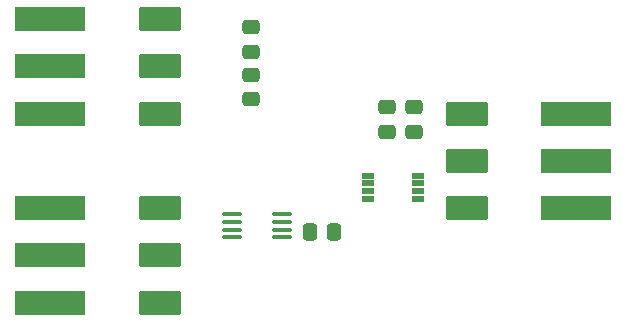
<source format=gbr>
%TF.GenerationSoftware,KiCad,Pcbnew,(6.0.4)*%
%TF.CreationDate,2022-10-31T11:49:10-04:00*%
%TF.ProjectId,switcher board,73776974-6368-4657-9220-626f6172642e,rev?*%
%TF.SameCoordinates,Original*%
%TF.FileFunction,Paste,Top*%
%TF.FilePolarity,Positive*%
%FSLAX46Y46*%
G04 Gerber Fmt 4.6, Leading zero omitted, Abs format (unit mm)*
G04 Created by KiCad (PCBNEW (6.0.4)) date 2022-10-31 11:49:10*
%MOMM*%
%LPD*%
G01*
G04 APERTURE LIST*
G04 Aperture macros list*
%AMRoundRect*
0 Rectangle with rounded corners*
0 $1 Rounding radius*
0 $2 $3 $4 $5 $6 $7 $8 $9 X,Y pos of 4 corners*
0 Add a 4 corners polygon primitive as box body*
4,1,4,$2,$3,$4,$5,$6,$7,$8,$9,$2,$3,0*
0 Add four circle primitives for the rounded corners*
1,1,$1+$1,$2,$3*
1,1,$1+$1,$4,$5*
1,1,$1+$1,$6,$7*
1,1,$1+$1,$8,$9*
0 Add four rect primitives between the rounded corners*
20,1,$1+$1,$2,$3,$4,$5,0*
20,1,$1+$1,$4,$5,$6,$7,0*
20,1,$1+$1,$6,$7,$8,$9,0*
20,1,$1+$1,$8,$9,$2,$3,0*%
G04 Aperture macros list end*
%ADD10RoundRect,0.250000X-0.475000X0.337500X-0.475000X-0.337500X0.475000X-0.337500X0.475000X0.337500X0*%
%ADD11RoundRect,0.250000X0.475000X-0.337500X0.475000X0.337500X-0.475000X0.337500X-0.475000X-0.337500X0*%
%ADD12RoundRect,0.250000X-0.337500X-0.475000X0.337500X-0.475000X0.337500X0.475000X-0.337500X0.475000X0*%
%ADD13RoundRect,0.100000X-0.712500X-0.100000X0.712500X-0.100000X0.712500X0.100000X-0.712500X0.100000X0*%
%ADD14RoundRect,0.019000X-0.501000X0.171000X-0.501000X-0.171000X0.501000X-0.171000X0.501000X0.171000X0*%
%ADD15RoundRect,0.100000X1.650000X0.900000X-1.650000X0.900000X-1.650000X-0.900000X1.650000X-0.900000X0*%
%ADD16RoundRect,0.100000X2.900000X0.900000X-2.900000X0.900000X-2.900000X-0.900000X2.900000X-0.900000X0*%
%ADD17RoundRect,0.100000X-1.650000X-0.900000X1.650000X-0.900000X1.650000X0.900000X-1.650000X0.900000X0*%
%ADD18RoundRect,0.100000X-2.900000X-0.900000X2.900000X-0.900000X2.900000X0.900000X-2.900000X0.900000X0*%
G04 APERTURE END LIST*
D10*
%TO.C,C5*%
X167260000Y-95962500D03*
X167260000Y-98037500D03*
%TD*%
%TO.C,C4*%
X165000000Y-95962500D03*
X165000000Y-98037500D03*
%TD*%
D11*
%TO.C,C3*%
X153500000Y-95287500D03*
X153500000Y-93212500D03*
%TD*%
D10*
%TO.C,C2*%
X153500000Y-89212500D03*
X153500000Y-91287500D03*
%TD*%
D12*
%TO.C,C1*%
X160537500Y-106500000D03*
X158462500Y-106500000D03*
%TD*%
D13*
%TO.C,U1*%
X151887500Y-105025000D03*
X151887500Y-105675000D03*
X151887500Y-106325000D03*
X151887500Y-106975000D03*
X156112500Y-106975000D03*
X156112500Y-106325000D03*
X156112500Y-105675000D03*
X156112500Y-105025000D03*
%TD*%
D14*
%TO.C,Q1*%
X163380000Y-101750000D03*
X163380000Y-102400000D03*
X163380000Y-103050000D03*
X163380000Y-103700000D03*
X167620000Y-103700000D03*
X167620000Y-103050000D03*
X167620000Y-102400000D03*
X167620000Y-101750000D03*
%TD*%
D15*
%TO.C,J3*%
X171750000Y-104500000D03*
D16*
X181000000Y-104500000D03*
X181000000Y-100500000D03*
D15*
X171750000Y-100500000D03*
X171750000Y-96500000D03*
D16*
X181000000Y-96500000D03*
%TD*%
D17*
%TO.C,J2*%
X145750000Y-104500000D03*
D18*
X136500000Y-104500000D03*
X136500000Y-108500000D03*
D17*
X145750000Y-108500000D03*
X145750000Y-112500000D03*
D18*
X136500000Y-112500000D03*
%TD*%
D17*
%TO.C,J1*%
X145750000Y-88500000D03*
D18*
X136500000Y-88500000D03*
X136500000Y-92500000D03*
D17*
X145750000Y-92500000D03*
X145750000Y-96500000D03*
D18*
X136500000Y-96500000D03*
%TD*%
M02*

</source>
